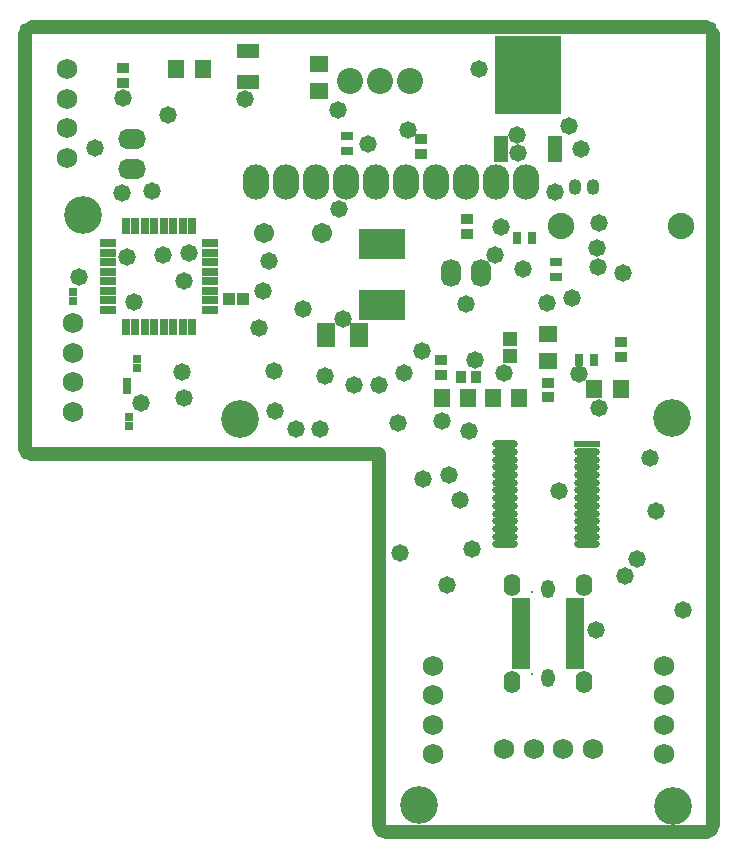
<source format=gbs>
G04*
G04 #@! TF.GenerationSoftware,Altium Limited,CircuitMaker,2.0.3 (51)*
G04*
G04 Layer_Color=8150272*
%FSLAX25Y25*%
%MOIN*%
G70*
G04*
G04 #@! TF.SameCoordinates,F5335DBB-8355-4FF0-A9BA-B13CC3796949*
G04*
G04*
G04 #@! TF.FilePolarity,Negative*
G04*
G01*
G75*
%ADD14C,0.04724*%
%ADD30R,0.05918X0.05328*%
%ADD32R,0.05131X0.04540*%
%ADD33C,0.06800*%
%ADD34C,0.08674*%
%ADD35O,0.06800X0.09300*%
%ADD36C,0.06706*%
%ADD37C,0.08800*%
%ADD38O,0.09300X0.06800*%
%ADD39O,0.05524X0.07493*%
%ADD40C,0.00800*%
%ADD41O,0.04540X0.06115*%
%ADD42O,0.08800X0.11800*%
%ADD43C,0.05800*%
%ADD44C,0.12611*%
%ADD75R,0.02572X0.02768*%
%ADD76R,0.04147X0.03556*%
%ADD77R,0.05328X0.05918*%
%ADD78R,0.03556X0.04147*%
%ADD79R,0.03162X0.03950*%
%ADD80R,0.03950X0.03162*%
%ADD81R,0.03950X0.04343*%
%ADD82R,0.07493X0.05131*%
%ADD83R,0.05918X0.07887*%
%ADD84R,0.04540X0.09068*%
%ADD85R,0.22453X0.26391*%
%ADD86R,0.15367X0.10446*%
%ADD87O,0.08674X0.02375*%
%ADD88R,0.08674X0.02375*%
%ADD89O,0.04300X0.05300*%
%ADD90R,0.03000X0.05800*%
%ADD91R,0.05800X0.03000*%
%ADD92R,0.06312X0.01863*%
D14*
X266435Y263780D02*
G03*
X264073Y266142I-2362J-0D01*
G01*
X266435Y263780D02*
G03*
X264073Y266142I-2362J-0D01*
G01*
X264075Y-2362D02*
G03*
X266437Y0I0J2362D01*
G01*
X264075Y-2362D02*
G03*
X266437Y0I0J2362D01*
G01*
X39370Y266142D02*
G03*
X37008Y263779I0J-2362D01*
G01*
X39370Y266142D02*
G03*
X37008Y263779I0J-2362D01*
G01*
X155118Y0D02*
G03*
X157480Y-2362I2362J0D01*
G01*
X37008Y125984D02*
G03*
X39370Y123622I2362J0D01*
G01*
X37008Y125984D02*
G03*
X39370Y123622I2362J0D01*
G01*
X155118Y0D02*
G03*
X157480Y-2362I2362J0D01*
G01*
X266435Y263780D02*
X266437Y0D01*
X157480Y-2362D02*
X264075D01*
X155118Y0D02*
Y123622D01*
X39370Y266142D02*
X264073D01*
X37008Y125984D02*
Y263780D01*
X39370Y123622D02*
X155118D01*
D30*
X211516Y154921D02*
D03*
Y163780D02*
D03*
X135039Y253740D02*
D03*
Y244882D02*
D03*
D32*
X198917Y162008D02*
D03*
Y156299D02*
D03*
D33*
X53150Y137795D02*
D03*
Y147638D02*
D03*
Y157480D02*
D03*
Y167323D02*
D03*
X51181Y251969D02*
D03*
Y242126D02*
D03*
Y232283D02*
D03*
Y222441D02*
D03*
X173228Y23622D02*
D03*
Y33465D02*
D03*
Y43307D02*
D03*
Y53150D02*
D03*
X226378Y25591D02*
D03*
X216535D02*
D03*
X206693D02*
D03*
X196850D02*
D03*
X250000Y23622D02*
D03*
Y33465D02*
D03*
Y43307D02*
D03*
Y53150D02*
D03*
D34*
X145512Y248032D02*
D03*
X155512D02*
D03*
X165512D02*
D03*
D35*
X189232Y184055D02*
D03*
X179232D02*
D03*
D36*
X116929Y197441D02*
D03*
X136142D02*
D03*
D37*
X255630Y199902D02*
D03*
X215630D02*
D03*
D38*
X72638Y228839D02*
D03*
Y218839D02*
D03*
D39*
X223602Y47933D02*
D03*
Y80217D02*
D03*
X199429D02*
D03*
Y47933D02*
D03*
D40*
X206201Y50295D02*
D03*
Y77854D02*
D03*
D41*
X211516Y78937D02*
D03*
Y49213D02*
D03*
D42*
X204173Y214567D02*
D03*
X194173D02*
D03*
X164173D02*
D03*
X154173D02*
D03*
X144173D02*
D03*
X134173D02*
D03*
X124173D02*
D03*
X114173D02*
D03*
X174173D02*
D03*
X184173D02*
D03*
D43*
X89370Y151181D02*
D03*
X73622Y174409D02*
D03*
X129921Y172047D02*
D03*
X114961Y165748D02*
D03*
X120079Y151575D02*
D03*
X146900Y146800D02*
D03*
X163600Y150702D02*
D03*
X186100Y92200D02*
D03*
X177900Y80000D02*
D03*
X237200Y83100D02*
D03*
X227400Y65000D02*
D03*
X155000Y146800D02*
D03*
X176000Y134717D02*
D03*
X116600Y178200D02*
D03*
X84646Y236900D02*
D03*
X118500Y188100D02*
D03*
X213701Y211101D02*
D03*
X143000Y168700D02*
D03*
X127600Y132000D02*
D03*
X162000Y90900D02*
D03*
X193700Y190200D02*
D03*
X228600Y139100D02*
D03*
X187147Y155053D02*
D03*
X60400Y225800D02*
D03*
X218500Y233100D02*
D03*
X91903Y190803D02*
D03*
X164900Y231700D02*
D03*
X120500Y138103D02*
D03*
X184043Y173900D02*
D03*
X203200Y185300D02*
D03*
X241100Y88800D02*
D03*
X161400Y134100D02*
D03*
X178600Y116900D02*
D03*
X195800Y199500D02*
D03*
X228400Y200700D02*
D03*
X256331Y71700D02*
D03*
X55000Y182800D02*
D03*
X141800Y205300D02*
D03*
X211043Y174000D02*
D03*
X169800Y115500D02*
D03*
X182198Y108502D02*
D03*
X215100Y111500D02*
D03*
X228000Y186100D02*
D03*
X236300Y184000D02*
D03*
X227800Y192500D02*
D03*
X245400Y122311D02*
D03*
X185200Y131500D02*
D03*
X196700Y150900D02*
D03*
X188500Y252200D02*
D03*
X219400Y175900D02*
D03*
X221654Y150600D02*
D03*
X169600Y158000D02*
D03*
X75900Y140800D02*
D03*
X201200Y230000D02*
D03*
X110559Y242100D02*
D03*
X90200Y142400D02*
D03*
X141400Y238500D02*
D03*
X83000Y190000D02*
D03*
X137000Y149800D02*
D03*
X79500Y211400D02*
D03*
X69900Y242500D02*
D03*
X71000Y189400D02*
D03*
X69500Y210700D02*
D03*
X247300Y104800D02*
D03*
X90200Y181500D02*
D03*
X135600Y132000D02*
D03*
X201300Y224000D02*
D03*
X222500Y225300D02*
D03*
X151500Y227000D02*
D03*
D44*
X56299Y203543D02*
D03*
X252756Y135827D02*
D03*
X108661Y135532D02*
D03*
X253248Y6496D02*
D03*
X168504Y6890D02*
D03*
D75*
X53150Y177854D02*
D03*
Y174902D02*
D03*
X71260Y144980D02*
D03*
Y147933D02*
D03*
X74410Y152461D02*
D03*
Y155413D02*
D03*
X71654Y133169D02*
D03*
Y136122D02*
D03*
D76*
X69882Y247441D02*
D03*
Y252362D02*
D03*
X211417Y147539D02*
D03*
Y142618D02*
D03*
X235827Y156201D02*
D03*
Y161122D02*
D03*
X175787Y155118D02*
D03*
Y150197D02*
D03*
X169094Y228642D02*
D03*
Y223721D02*
D03*
X184547Y197146D02*
D03*
Y202067D02*
D03*
D77*
X96358Y251969D02*
D03*
X87500D02*
D03*
X184941Y142323D02*
D03*
X176083D02*
D03*
X226870Y145571D02*
D03*
X235728D02*
D03*
X193012Y142520D02*
D03*
X201870D02*
D03*
D78*
X182382Y149409D02*
D03*
X187303D02*
D03*
D79*
X200984Y195866D02*
D03*
X206102D02*
D03*
X226772Y155020D02*
D03*
X221654D02*
D03*
D80*
X214173Y182677D02*
D03*
Y187795D02*
D03*
X144390Y224803D02*
D03*
Y229921D02*
D03*
D81*
X105020Y175590D02*
D03*
X109941D02*
D03*
D82*
X111516Y258071D02*
D03*
Y247835D02*
D03*
D83*
X137303Y163386D02*
D03*
X148327D02*
D03*
D84*
X213701Y225394D02*
D03*
X195748D02*
D03*
D85*
X204724Y250197D02*
D03*
D86*
X156004Y193799D02*
D03*
Y173524D02*
D03*
D87*
X224606Y124409D02*
D03*
Y121850D02*
D03*
Y119291D02*
D03*
Y109055D02*
D03*
Y111614D02*
D03*
Y116732D02*
D03*
Y114173D02*
D03*
Y98819D02*
D03*
Y101378D02*
D03*
Y96260D02*
D03*
Y93701D02*
D03*
Y103937D02*
D03*
Y106496D02*
D03*
X197047D02*
D03*
Y103937D02*
D03*
Y93701D02*
D03*
Y96260D02*
D03*
Y101378D02*
D03*
Y98819D02*
D03*
Y114173D02*
D03*
Y116732D02*
D03*
Y111614D02*
D03*
Y109055D02*
D03*
Y119291D02*
D03*
Y121850D02*
D03*
Y126968D02*
D03*
Y124409D02*
D03*
D88*
X224606Y126968D02*
D03*
D89*
X226425Y212795D02*
D03*
X220425D02*
D03*
D90*
X92840Y199803D02*
D03*
X89691D02*
D03*
X86541D02*
D03*
X83391D02*
D03*
X80217D02*
D03*
X77017D02*
D03*
X73917D02*
D03*
X70717D02*
D03*
Y166003D02*
D03*
X73917D02*
D03*
X77017D02*
D03*
X80217D02*
D03*
X83391D02*
D03*
X86541D02*
D03*
X89691D02*
D03*
X92840D02*
D03*
D91*
X64917Y194003D02*
D03*
Y190803D02*
D03*
Y187703D02*
D03*
Y184503D02*
D03*
Y181328D02*
D03*
Y178179D02*
D03*
Y175029D02*
D03*
Y171880D02*
D03*
X98717D02*
D03*
Y175029D02*
D03*
Y178179D02*
D03*
Y181328D02*
D03*
Y184503D02*
D03*
Y187703D02*
D03*
Y190803D02*
D03*
Y194003D02*
D03*
D92*
X202461Y74902D02*
D03*
Y72933D02*
D03*
Y70965D02*
D03*
Y68996D02*
D03*
Y67028D02*
D03*
Y65059D02*
D03*
Y63091D02*
D03*
Y61122D02*
D03*
Y59154D02*
D03*
Y57185D02*
D03*
Y55217D02*
D03*
Y53248D02*
D03*
X220571D02*
D03*
Y55217D02*
D03*
Y57185D02*
D03*
Y59154D02*
D03*
Y61122D02*
D03*
Y63091D02*
D03*
Y65059D02*
D03*
Y67028D02*
D03*
Y68996D02*
D03*
Y70965D02*
D03*
Y72933D02*
D03*
Y74902D02*
D03*
M02*

</source>
